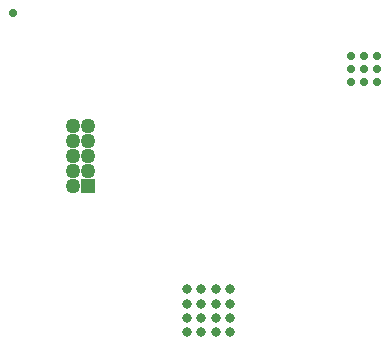
<source format=gbs>
G04 Layer_Color=16711935*
%FSLAX25Y25*%
%MOIN*%
G70*
G01*
G75*
%ADD124C,0.05000*%
%ADD125R,0.05000X0.05000*%
%ADD126C,0.02769*%
%ADD127C,0.03200*%
D124*
X54500Y96500D02*
D03*
Y101500D02*
D03*
X54500Y106500D02*
D03*
X54500Y111500D02*
D03*
X59500Y96500D02*
D03*
X59500Y101500D02*
D03*
X59500Y106500D02*
D03*
Y111500D02*
D03*
X54500Y91500D02*
D03*
D125*
X59500Y91500D02*
D03*
D126*
X147169Y126169D02*
D03*
Y130500D02*
D03*
Y134831D02*
D03*
X151500Y126169D02*
D03*
Y130500D02*
D03*
Y134831D02*
D03*
X155831Y126169D02*
D03*
Y130500D02*
D03*
Y134831D02*
D03*
X34500Y149398D02*
D03*
D127*
X106587Y52362D02*
D03*
X101862D02*
D03*
X106587Y42913D02*
D03*
X101862D02*
D03*
Y57087D02*
D03*
X106587D02*
D03*
Y47638D02*
D03*
X101862D02*
D03*
X97138Y57087D02*
D03*
X92413D02*
D03*
X97138Y42913D02*
D03*
X92413D02*
D03*
X97138Y47638D02*
D03*
X92413D02*
D03*
X97138Y52362D02*
D03*
X92413D02*
D03*
M02*

</source>
